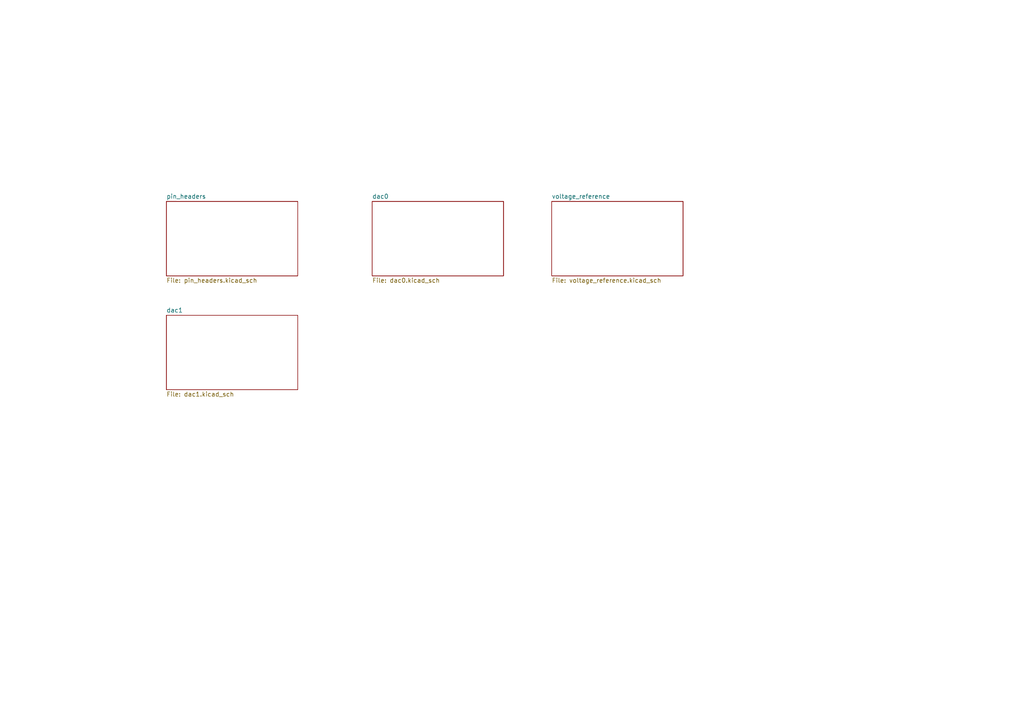
<source format=kicad_sch>
(kicad_sch
	(version 20231120)
	(generator "eeschema")
	(generator_version "8.0")
	(uuid "3e6161f0-2999-431e-8f22-3e0c6208d289")
	(paper "A4")
	(lib_symbols)
	(sheet
		(at 160.02 58.42)
		(size 38.1 21.59)
		(fields_autoplaced yes)
		(stroke
			(width 0.1524)
			(type solid)
		)
		(fill
			(color 0 0 0 0.0000)
		)
		(uuid "b3c93253-5e23-4423-aa61-a30a278753e2")
		(property "Sheetname" "voltage_reference"
			(at 160.02 57.7084 0)
			(effects
				(font
					(size 1.27 1.27)
				)
				(justify left bottom)
			)
		)
		(property "Sheetfile" "voltage_reference.kicad_sch"
			(at 160.02 80.5946 0)
			(effects
				(font
					(size 1.27 1.27)
				)
				(justify left top)
			)
		)
		(instances
			(project "MT2AO8"
				(path "/3e6161f0-2999-431e-8f22-3e0c6208d289"
					(page "4")
				)
			)
		)
	)
	(sheet
		(at 107.95 58.42)
		(size 38.1 21.59)
		(fields_autoplaced yes)
		(stroke
			(width 0.1524)
			(type solid)
		)
		(fill
			(color 0 0 0 0.0000)
		)
		(uuid "d8962ac4-7a7e-498c-aca7-732e96820101")
		(property "Sheetname" "dac0"
			(at 107.95 57.7084 0)
			(effects
				(font
					(size 1.27 1.27)
				)
				(justify left bottom)
			)
		)
		(property "Sheetfile" "dac0.kicad_sch"
			(at 107.95 80.5946 0)
			(effects
				(font
					(size 1.27 1.27)
				)
				(justify left top)
			)
		)
		(instances
			(project "MT2AO8"
				(path "/3e6161f0-2999-431e-8f22-3e0c6208d289"
					(page "3")
				)
			)
		)
	)
	(sheet
		(at 48.26 58.42)
		(size 38.1 21.59)
		(fields_autoplaced yes)
		(stroke
			(width 0.1524)
			(type solid)
		)
		(fill
			(color 0 0 0 0.0000)
		)
		(uuid "eadd6324-2c89-4bd9-a2c8-884b31864b43")
		(property "Sheetname" "pin_headers"
			(at 48.26 57.7084 0)
			(effects
				(font
					(size 1.27 1.27)
				)
				(justify left bottom)
			)
		)
		(property "Sheetfile" "pin_headers.kicad_sch"
			(at 48.26 80.5946 0)
			(effects
				(font
					(size 1.27 1.27)
				)
				(justify left top)
			)
		)
		(instances
			(project "MT2AO8"
				(path "/3e6161f0-2999-431e-8f22-3e0c6208d289"
					(page "2")
				)
			)
		)
	)
	(sheet
		(at 48.26 91.44)
		(size 38.1 21.59)
		(fields_autoplaced yes)
		(stroke
			(width 0.1524)
			(type solid)
		)
		(fill
			(color 0 0 0 0.0000)
		)
		(uuid "f6ef4459-2c4c-4b0d-911e-c2a317ec1ff5")
		(property "Sheetname" "dac1"
			(at 48.26 90.7284 0)
			(effects
				(font
					(size 1.27 1.27)
				)
				(justify left bottom)
			)
		)
		(property "Sheetfile" "dac1.kicad_sch"
			(at 48.26 113.6146 0)
			(effects
				(font
					(size 1.27 1.27)
				)
				(justify left top)
			)
		)
		(instances
			(project "MT2AO8"
				(path "/3e6161f0-2999-431e-8f22-3e0c6208d289"
					(page "5")
				)
			)
		)
	)
	(sheet_instances
		(path "/"
			(page "1")
		)
	)
)

</source>
